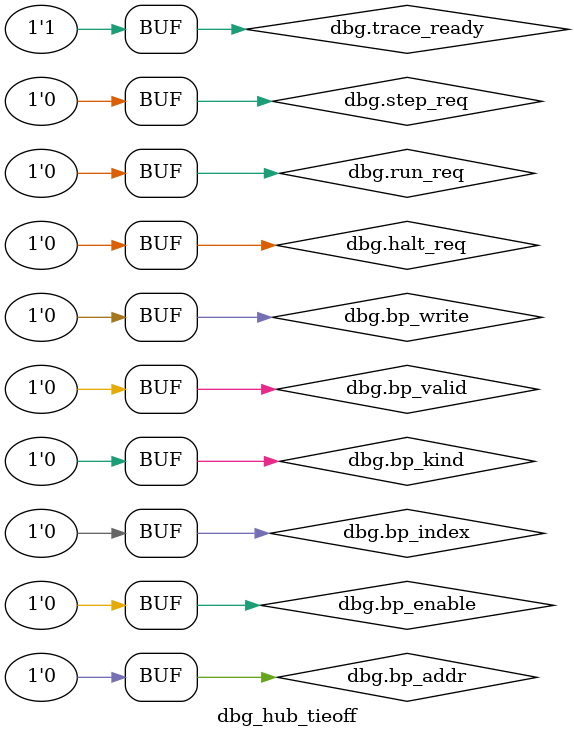
<source format=sv>

module dbg_hub_tieoff (
    dbg_if.hub dbg
);
  assign dbg.halt_req = 1'b0;
  assign dbg.run_req  = 1'b0;
  assign dbg.step_req = 1'b0;

  assign dbg.bp_valid  = 1'b0;
  assign dbg.bp_write  = 1'b0;
  assign dbg.bp_index  = '0;
  assign dbg.bp_addr   = '0;
  assign dbg.bp_kind   = '0;
  assign dbg.bp_enable = 1'b0;

  assign dbg.trace_ready = 1'b1;

endmodule : dbg_hub_tieoff


</source>
